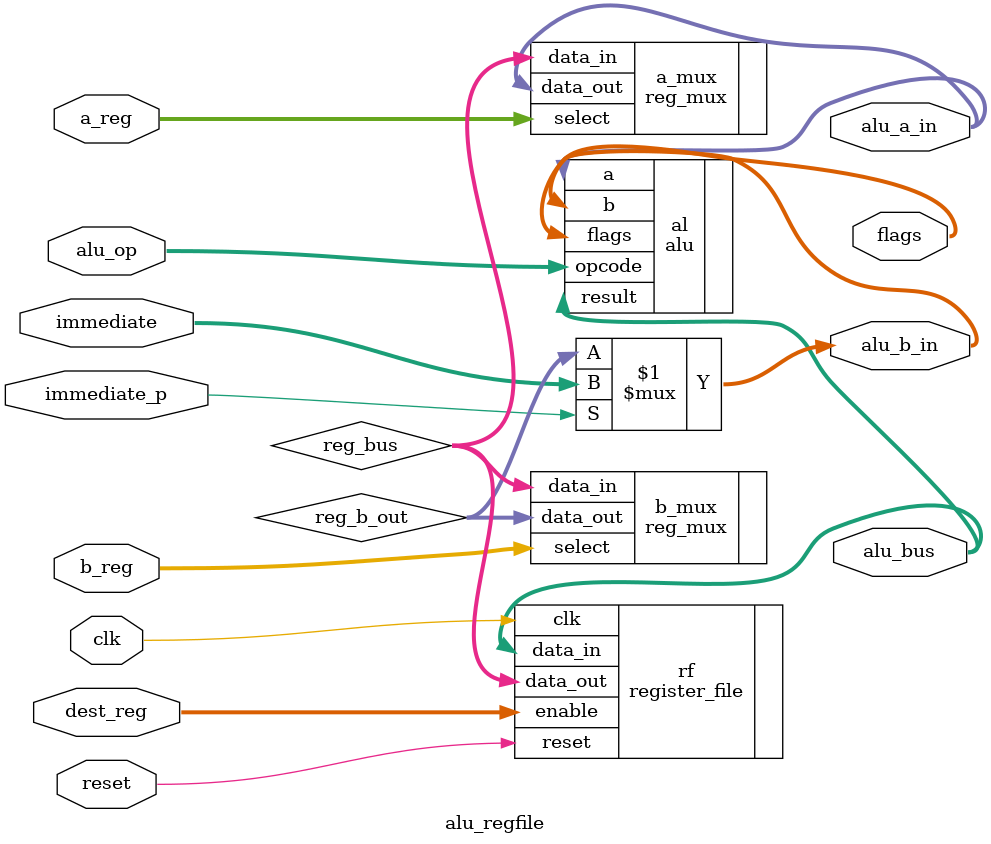
<source format=v>
`timescale 1ns / 1ps
module alu_regfile(
    input clk,
    input reset,
    input [2:0] a_reg,
    input [2:0] b_reg,
    input [2:0] dest_reg,
    input [15:0] immediate,
    input immediate_p,
    input [7:0] alu_op,
    output [15:0] alu_bus,
    output [15:0] alu_a_in,
    output [15:0] alu_b_in,
    output [4:0] flags
    );

  wire [(16*8)-1:0] reg_bus;
  wire [15:0] reg_b_out;
  assign alu_b_in = immediate_p ? immediate : reg_b_out;
  
  alu al (.a(alu_a_in), .b(alu_b_in), .opcode(alu_op), .result(alu_bus), .flags(flags));
  register_file #(.NUM_REGS(8)) rf (.enable(dest_reg), .reset(reset), .clk(clk), .data_in(alu_bus), .data_out(reg_bus));
  reg_mux #(.NUM_REGS(8)) a_mux (.data_in(reg_bus), .select(a_reg), .data_out(alu_a_in));
  reg_mux #(.NUM_REGS(8)) b_mux (.data_in(reg_bus), .select(b_reg), .data_out(reg_b_out));
  
endmodule

</source>
